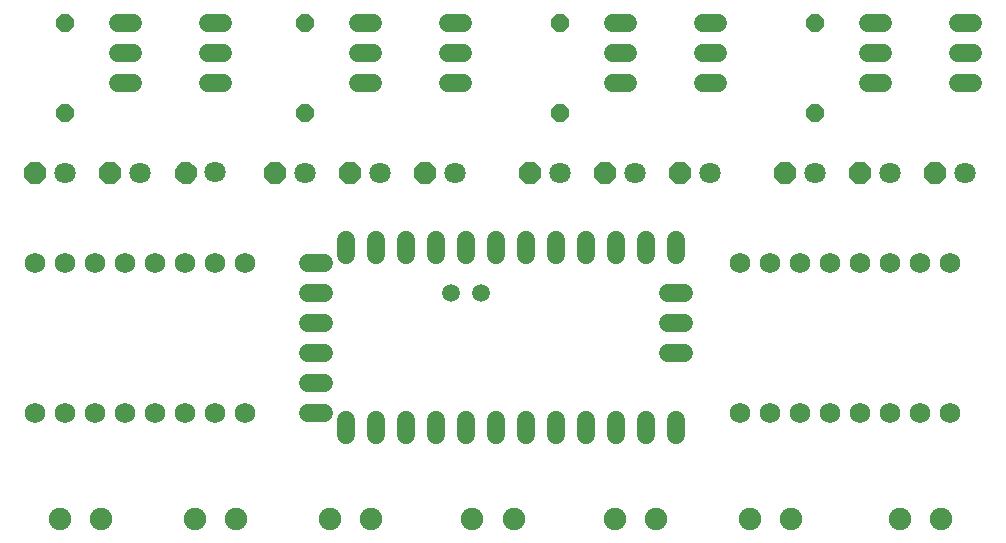
<source format=gbr>
G04 EAGLE Gerber RS-274X export*
G75*
%MOMM*%
%FSLAX34Y34*%
%LPD*%
%INSoldermask Top*%
%IPPOS*%
%AMOC8*
5,1,8,0,0,1.08239X$1,22.5*%
G01*
%ADD10C,1.903200*%
%ADD11P,1.951982X8X202.500000*%
%ADD12C,1.803400*%
%ADD13P,1.951982X8X204.400000*%
%ADD14C,1.524000*%
%ADD15P,1.649562X8X292.500000*%
%ADD16C,1.511200*%
%ADD17C,1.511200*%
%ADD18C,1.727200*%


D10*
X46000Y-432800D03*
X81000Y-432800D03*
X166650Y-432800D03*
X201650Y-432800D03*
D11*
X-139700Y-139700D03*
D12*
X-114300Y-139700D03*
D11*
X0Y-139700D03*
D12*
X25400Y-139700D03*
D11*
X215900Y-139700D03*
D12*
X241300Y-139700D03*
D11*
X431800Y-139700D03*
D12*
X457200Y-139700D03*
D11*
X63500Y-139700D03*
D12*
X88900Y-139700D03*
D11*
X279400Y-139700D03*
D12*
X304800Y-139700D03*
D11*
X495300Y-139700D03*
D12*
X520700Y-139700D03*
D13*
X-76193Y-140121D03*
D12*
X-50807Y-139279D03*
D11*
X127000Y-139700D03*
D12*
X152400Y-139700D03*
D11*
X342900Y-139700D03*
D12*
X368300Y-139700D03*
D11*
X558800Y-139700D03*
D12*
X584200Y-139700D03*
D11*
X-203200Y-139700D03*
D12*
X-177800Y-139700D03*
D10*
X287300Y-432800D03*
X322300Y-432800D03*
D14*
X-120396Y-63500D02*
X-133604Y-63500D01*
X-133604Y-38100D02*
X-120396Y-38100D01*
X-57404Y-38100D02*
X-44196Y-38100D01*
X-44196Y-63500D02*
X-57404Y-63500D01*
X-120396Y-12700D02*
X-133604Y-12700D01*
X-57404Y-12700D02*
X-44196Y-12700D01*
X69596Y-63500D02*
X82804Y-63500D01*
X82804Y-38100D02*
X69596Y-38100D01*
X145796Y-38100D02*
X159004Y-38100D01*
X159004Y-63500D02*
X145796Y-63500D01*
X82804Y-12700D02*
X69596Y-12700D01*
X145796Y-12700D02*
X159004Y-12700D01*
X285496Y-63500D02*
X298704Y-63500D01*
X298704Y-38100D02*
X285496Y-38100D01*
X361696Y-38100D02*
X374904Y-38100D01*
X374904Y-63500D02*
X361696Y-63500D01*
X298704Y-12700D02*
X285496Y-12700D01*
X361696Y-12700D02*
X374904Y-12700D01*
X501396Y-63500D02*
X514604Y-63500D01*
X514604Y-38100D02*
X501396Y-38100D01*
X577596Y-38100D02*
X590804Y-38100D01*
X590804Y-63500D02*
X577596Y-63500D01*
X514604Y-12700D02*
X501396Y-12700D01*
X577596Y-12700D02*
X590804Y-12700D01*
D15*
X-177800Y-12700D03*
X-177800Y-88900D03*
X25400Y-12700D03*
X25400Y-88900D03*
X241300Y-12700D03*
X241300Y-88900D03*
X457200Y-12700D03*
X457200Y-88900D03*
D16*
X40830Y-342900D02*
X27750Y-342900D01*
X27750Y-317500D02*
X40830Y-317500D01*
X40830Y-292100D02*
X27750Y-292100D01*
X27750Y-266700D02*
X40830Y-266700D01*
X40830Y-241300D02*
X27750Y-241300D01*
X27750Y-215900D02*
X40830Y-215900D01*
X59690Y-349060D02*
X59690Y-362140D01*
X85090Y-362140D02*
X85090Y-349060D01*
X110490Y-349060D02*
X110490Y-362140D01*
X135890Y-362140D02*
X135890Y-349060D01*
X161290Y-349060D02*
X161290Y-362140D01*
X186690Y-362140D02*
X186690Y-349060D01*
X212090Y-349060D02*
X212090Y-362140D01*
X237490Y-362140D02*
X237490Y-349060D01*
X262890Y-349060D02*
X262890Y-362140D01*
X288290Y-362140D02*
X288290Y-349060D01*
X313690Y-349060D02*
X313690Y-362140D01*
X339090Y-362140D02*
X339090Y-349060D01*
X59690Y-209740D02*
X59690Y-196660D01*
X85090Y-196660D02*
X85090Y-209740D01*
X110490Y-209740D02*
X110490Y-196660D01*
X135890Y-196660D02*
X135890Y-209740D01*
X161290Y-209740D02*
X161290Y-196660D01*
X186690Y-196660D02*
X186690Y-209740D01*
X212090Y-209740D02*
X212090Y-196660D01*
X237490Y-196660D02*
X237490Y-209740D01*
X262890Y-209740D02*
X262890Y-196660D01*
X288290Y-196660D02*
X288290Y-209740D01*
X313690Y-209740D02*
X313690Y-196660D01*
X339090Y-196660D02*
X339090Y-209740D01*
X332550Y-241300D02*
X345630Y-241300D01*
X345630Y-266700D02*
X332550Y-266700D01*
X332550Y-292100D02*
X345630Y-292100D01*
D17*
X148590Y-241300D03*
X173990Y-241300D03*
D18*
X393700Y-342900D03*
X419100Y-342900D03*
X444500Y-342900D03*
X469900Y-342900D03*
X495300Y-342900D03*
X520700Y-342900D03*
X546100Y-342900D03*
X571500Y-342900D03*
X571500Y-215900D03*
X546100Y-215900D03*
X520700Y-215900D03*
X495300Y-215900D03*
X469900Y-215900D03*
X444500Y-215900D03*
X419100Y-215900D03*
X393700Y-215900D03*
X-203200Y-342900D03*
X-177800Y-342900D03*
X-152400Y-342900D03*
X-127000Y-342900D03*
X-101600Y-342900D03*
X-76200Y-342900D03*
X-50800Y-342900D03*
X-25400Y-342900D03*
X-25400Y-215900D03*
X-50800Y-215900D03*
X-76200Y-215900D03*
X-101600Y-215900D03*
X-127000Y-215900D03*
X-152400Y-215900D03*
X-177800Y-215900D03*
X-203200Y-215900D03*
D10*
X-182600Y-432800D03*
X-147600Y-432800D03*
X-68300Y-432800D03*
X-33300Y-432800D03*
X401600Y-432800D03*
X436600Y-432800D03*
X528600Y-432800D03*
X563600Y-432800D03*
M02*

</source>
